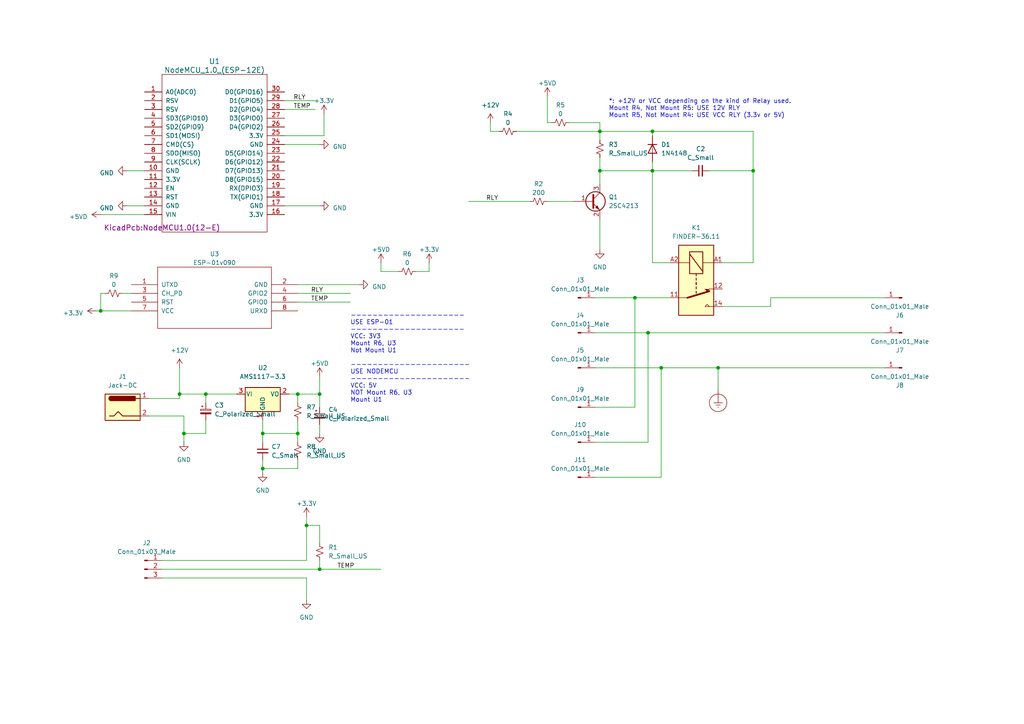
<source format=kicad_sch>
(kicad_sch (version 20230121) (generator eeschema)
  (paper "A4")
  (lib_symbols
    (symbol "Connector:Conn_01x01_Male" (pin_names (offset 1.016) hide)
      (property "Reference" "J" (at 0 2.54 0))
      (property "Value" "Conn_01x01_Male" (at 0 -2.54 0))
      (symbol "Conn_01x01_Male_1_1"
        (polyline (pts (xy 1.27 0) (xy 0.8636 0)) (stroke (width 0.1524)))
        (rectangle (start 0.8636 0.127) (end 0 -0.127) (stroke (width 0.1524)) (fill (type outline)))
        (pin passive line (at 5.08 0 180) (length 3.81) (name "Pin_1") (number "1"))
      )
    )
    (symbol "Connector:Conn_01x03_Male" (pin_names (offset 1.016) hide)
      (property "Reference" "J" (at 0 5.08 0))
      (property "Value" "Conn_01x03_Male" (at 0 -5.08 0))
      (symbol "Conn_01x03_Male_1_1"
        (polyline (pts (xy 1.27 -2.54) (xy 0.8636 -2.54)) (stroke (width 0.1524)))
        (polyline (pts (xy 1.27 0) (xy 0.8636 0)) (stroke (width 0.1524)))
        (polyline (pts (xy 1.27 2.54) (xy 0.8636 2.54)) (stroke (width 0.1524)))
        (rectangle (start 0.8636 -2.413) (end 0 -2.667) (stroke (width 0.1524)) (fill (type outline)))
        (rectangle (start 0.8636 0.127) (end 0 -0.127) (stroke (width 0.1524)) (fill (type outline)))
        (rectangle (start 0.8636 2.667) (end 0 2.413) (stroke (width 0.1524)) (fill (type outline)))
        (pin passive line (at 5.08 2.54 180) (length 3.81) (name "Pin_1") (number "1"))
        (pin passive line (at 5.08 0 180) (length 3.81) (name "Pin_2") (number "2"))
        (pin passive line (at 5.08 -2.54 180) (length 3.81) (name "Pin_3") (number "3"))
      )
    )
    (symbol "Connector:Jack-DC" (pin_names (offset 1.016))
      (property "Reference" "J" (at 0 5.334 0))
      (property "Value" "Jack-DC" (at 0 -5.08 0))
      (symbol "Jack-DC_0_1"
        (rectangle (start -5.08 3.81) (end 5.08 -3.81) (stroke (width 0.254)) (fill (type background)))
        (arc (start -3.302 3.175) (mid -3.9343 2.54) (end -3.302 1.905) (stroke (width 0.254)))
        (arc (start -3.302 3.175) (mid -3.9343 2.54) (end -3.302 1.905) (stroke (width 0.254)) (fill (type outline)))
        (polyline (pts (xy 5.08 2.54) (xy 3.81 2.54)) (stroke (width 0.254)))
        (polyline (pts (xy -3.81 -2.54) (xy -2.54 -2.54) (xy -1.27 -1.27) (xy 0 -2.54) (xy 2.54 -2.54) (xy 5.08 -2.54)) (stroke (width 0.254)))
        (rectangle (start 3.683 3.175) (end -3.302 1.905) (stroke (width 0.254)) (fill (type outline)))
      )
      (symbol "Jack-DC_1_1"
        (pin passive line (at 7.62 2.54 180) (length 2.54) (name "~") (number "1"))
        (pin passive line (at 7.62 -2.54 180) (length 2.54) (name "~") (number "2"))
      )
    )
    (symbol "Device:C_Polarized_Small" (pin_numbers hide) (pin_names (offset 0.254) hide)
      (property "Reference" "C" (at 0.254 1.778 0))
      (property "Value" "C_Polarized_Small" (at 0.254 -2.032 0))
      (symbol "C_Polarized_Small_0_1"
        (rectangle (start -1.524 -0.3048) (end 1.524 -0.6858) (fill (type outline)))
        (rectangle (start -1.524 0.6858) (end 1.524 0.3048))
        (polyline (pts (xy -1.27 1.524) (xy -0.762 1.524)))
        (polyline (pts (xy -1.016 1.27) (xy -1.016 1.778)))
      )
      (symbol "C_Polarized_Small_1_1"
        (pin passive line (at 0 2.54 270) (length 1.8542) (name "~") (number "1"))
        (pin passive line (at 0 -2.54 90) (length 1.8542) (name "~") (number "2"))
      )
    )
    (symbol "Device:C_Small" (pin_numbers hide) (pin_names (offset 0.254) hide)
      (property "Reference" "C" (at 0.254 1.778 0))
      (property "Value" "C_Small" (at 0.254 -2.032 0))
      (symbol "C_Small_0_1"
        (polyline (pts (xy -1.524 -0.508) (xy 1.524 -0.508)) (stroke (width 0.3302)))
        (polyline (pts (xy -1.524 0.508) (xy 1.524 0.508)) (stroke (width 0.3048)))
      )
      (symbol "C_Small_1_1"
        (pin passive line (at 0 2.54 270) (length 2.032) (name "~") (number "1"))
        (pin passive line (at 0 -2.54 90) (length 2.032) (name "~") (number "2"))
      )
    )
    (symbol "Device:R_Small_US" (pin_numbers hide) (pin_names (offset 0.254) hide)
      (property "Reference" "R" (at 0.762 0.508 0))
      (property "Value" "R_Small_US" (at 0.762 -1.016 0))
      (symbol "R_Small_US_1_1"
        (polyline (pts (xy 0 0) (xy 1.016 -0.381) (xy 0 -0.762) (xy -1.016 -1.143) (xy 0 -1.524)))
        (polyline (pts (xy 0 1.524) (xy 1.016 1.143) (xy 0 0.762) (xy -1.016 0.381) (xy 0 0)))
        (pin passive line (at 0 2.54 270) (length 1.016) (name "~") (number "1"))
        (pin passive line (at 0 -2.54 90) (length 1.016) (name "~") (number "2"))
      )
    )
    (symbol "Diode:1N4148" (pin_numbers hide) (pin_names (offset 1.016) hide)
      (property "Reference" "D" (at 0 2.54 0))
      (property "Value" "1N4148" (at 0 -2.54 0))
      (symbol "1N4148_0_1"
        (polyline (pts (xy -1.27 1.27) (xy -1.27 -1.27)) (stroke (width 0.254)))
        (polyline (pts (xy 1.27 0) (xy -1.27 0)))
        (polyline (pts (xy 1.27 1.27) (xy 1.27 -1.27) (xy -1.27 0) (xy 1.27 1.27)) (stroke (width 0.254)))
      )
      (symbol "1N4148_1_1"
        (pin passive line (at -3.81 0 0) (length 2.54) (name "K") (number "1"))
        (pin passive line (at 3.81 0 180) (length 2.54) (name "A") (number "2"))
      )
    )
    (symbol "Regulator_Linear:AMS1117-3.3" (pin_names (offset 0.254))
      (property "Reference" "U" (at -3.81 3.175 0))
      (property "Value" "AMS1117-3.3" (at 0 3.175 0))
      (symbol "AMS1117-3.3_0_1"
        (rectangle (start -5.08 -5.08) (end 5.08 1.905) (stroke (width 0.254)) (fill (type background)))
      )
      (symbol "AMS1117-3.3_1_1"
        (pin power_in line (at 0 -7.62 90) (length 2.54) (name "GND") (number "1"))
        (pin power_out line (at 7.62 0 180) (length 2.54) (name "VO") (number "2"))
        (pin power_in line (at -7.62 0 0) (length 2.54) (name "VI") (number "3"))
      )
    )
    (symbol "Relay:FINDER-36.11"
      (property "Reference" "K" (at 11.43 3.81 0))
      (property "Value" "FINDER-36.11" (at 11.43 1.27 0))
      (symbol "FINDER-36.11_0_0"
        (polyline (pts (xy 2.54 3.81) (xy 2.54 5.08)))
        (polyline (pts (xy 7.62 3.81) (xy 7.62 5.08)))
        (polyline (pts (xy 7.62 3.81) (xy 7.62 2.54) (xy 6.985 3.175) (xy 7.62 3.81)))
      )
      (symbol "FINDER-36.11_0_1"
        (rectangle (start -10.16 5.08) (end 10.16 -5.08) (stroke (width 0.254)) (fill (type background)))
        (rectangle (start -8.255 1.905) (end -1.905 -1.905) (stroke (width 0.254)))
        (polyline (pts (xy -7.62 -1.905) (xy -2.54 1.905)) (stroke (width 0.254)))
        (polyline (pts (xy -5.08 -5.08) (xy -5.08 -1.905)))
        (polyline (pts (xy -5.08 5.08) (xy -5.08 1.905)))
        (polyline (pts (xy -1.905 0) (xy -1.27 0)) (stroke (width 0.254)))
        (polyline (pts (xy -0.635 0) (xy 0 0)) (stroke (width 0.254)))
        (polyline (pts (xy 0.635 0) (xy 1.27 0)) (stroke (width 0.254)))
        (polyline (pts (xy 0.635 0) (xy 1.27 0)) (stroke (width 0.254)))
        (polyline (pts (xy 1.905 0) (xy 2.54 0)) (stroke (width 0.254)))
        (polyline (pts (xy 3.175 0) (xy 3.81 0)) (stroke (width 0.254)))
        (polyline (pts (xy 5.08 -2.54) (xy 3.175 3.81)) (stroke (width 0.508)))
        (polyline (pts (xy 5.08 -2.54) (xy 5.08 -5.08)))
        (polyline (pts (xy 2.54 2.54) (xy 3.175 3.175) (xy 2.54 3.81)) (fill (type outline)))
      )
      (symbol "FINDER-36.11_1_1"
        (pin passive line (at 5.08 -7.62 90) (length 2.54) (name "~") (number "11"))
        (pin passive line (at 2.54 7.62 270) (length 2.54) (name "~") (number "12"))
        (pin passive line (at 7.62 7.62 270) (length 2.54) (name "~") (number "14"))
        (pin passive line (at -5.08 7.62 270) (length 2.54) (name "~") (number "A1"))
        (pin passive line (at -5.08 -7.62 90) (length 2.54) (name "~") (number "A2"))
      )
    )
    (symbol "Transistor_BJT:2SC4213" (pin_names (offset 0) hide)
      (property "Reference" "Q" (at 5.08 1.905 0))
      (property "Value" "2SC4213" (at 5.08 0 0))
      (symbol "2SC4213_0_1"
        (polyline (pts (xy 0.635 0.635) (xy 2.54 2.54)))
        (polyline (pts (xy 0.635 -0.635) (xy 2.54 -2.54) (xy 2.54 -2.54)))
        (polyline (pts (xy 0.635 1.905) (xy 0.635 -1.905) (xy 0.635 -1.905)) (stroke (width 0.508)))
        (polyline (pts (xy 1.27 -1.778) (xy 1.778 -1.27) (xy 2.286 -2.286) (xy 1.27 -1.778) (xy 1.27 -1.778)) (fill (type outline)))
        (circle (center 1.27 0) (radius 2.8194) (stroke (width 0.254)))
      )
      (symbol "2SC4213_1_1"
        (pin input line (at -5.08 0 0) (length 5.715) (name "B") (number "1"))
        (pin passive line (at 2.54 -5.08 90) (length 2.54) (name "E") (number "2"))
        (pin passive line (at 2.54 5.08 270) (length 2.54) (name "C") (number "3"))
      )
    )
    (symbol "lib_converter:ESP-01v090" (pin_names (offset 1.016))
      (property "Reference" "U" (at 0 -2.54 0))
      (property "Value" "ESP-01v090" (at 0 2.54 0))
      (symbol "ESP-01v090_1_0"
        (rectangle (start -16.51 -8.89) (end 16.51 8.89))
      )
      (symbol "ESP-01v090_1_1"
        (pin output line (at -24.13 3.81 0) (length 7.62) (name "UTXD") (number "1"))
        (pin power_in line (at 24.13 3.81 180) (length 7.62) (name "GND") (number "2"))
        (pin input line (at -24.13 1.27 0) (length 7.62) (name "CH_PD") (number "3"))
        (pin tri_state line (at 24.13 1.27 180) (length 7.62) (name "GPIO2") (number "4"))
        (pin input line (at -24.13 -1.27 0) (length 7.62) (name "RST") (number "5"))
        (pin tri_state line (at 24.13 -1.27 180) (length 7.62) (name "GPIO0") (number "6"))
        (pin power_in line (at -24.13 -3.81 0) (length 7.62) (name "VCC") (number "7"))
        (pin input line (at 24.13 -3.81 180) (length 7.62) (name "URXD") (number "8"))
      )
    )
    (symbol "lib_converter:NodeMCU_1.0_(ESP-12E)" (pin_names (offset 1.016))
      (property "Reference" "U" (at 0 21.59 0))
      (property "Value" "NodeMCU_1.0_(ESP-12E)" (at 0 -21.59 0))
      (symbol "NodeMCU_1.0_(ESP-12E)_0_1"
        (rectangle (start -15.24 -22.86) (end 15.24 22.86))
      )
      (symbol "NodeMCU_1.0_(ESP-12E)_1_1"
        (pin input line (at -20.32 17.78 0) (length 5.08) (name "A0(ADC0)") (number "1"))
        (pin input line (at -20.32 -5.08 0) (length 5.08) (name "GND") (number "10"))
        (pin power_out line (at -20.32 -7.62 0) (length 5.08) (name "3.3V") (number "11"))
        (pin input line (at -20.32 -10.16 0) (length 5.08) (name "EN") (number "12"))
        (pin input line (at -20.32 -12.7 0) (length 5.08) (name "RST") (number "13"))
        (pin power_in line (at -20.32 -15.24 0) (length 5.08) (name "GND") (number "14"))
        (pin power_in line (at -20.32 -17.78 0) (length 5.08) (name "VIN") (number "15"))
        (pin power_out line (at 20.32 -17.78 180) (length 5.08) (name "3.3V") (number "16"))
        (pin power_in line (at 20.32 -15.24 180) (length 5.08) (name "GND") (number "17"))
        (pin bidirectional line (at 20.32 -12.7 180) (length 5.08) (name "TX(GPIO1)") (number "18"))
        (pin bidirectional line (at 20.32 -10.16 180) (length 5.08) (name "RX(DPIO3)") (number "19"))
        (pin input line (at -20.32 15.24 0) (length 5.08) (name "RSV") (number "2"))
        (pin bidirectional line (at 20.32 -7.62 180) (length 5.08) (name "D8(GPIO15)") (number "20"))
        (pin bidirectional line (at 20.32 -5.08 180) (length 5.08) (name "D7(GPIO13)") (number "21"))
        (pin bidirectional line (at 20.32 -2.54 180) (length 5.08) (name "D6(GPIO12)") (number "22"))
        (pin bidirectional line (at 20.32 0 180) (length 5.08) (name "D5(GPIO14)") (number "23"))
        (pin power_in line (at 20.32 2.54 180) (length 5.08) (name "GND") (number "24"))
        (pin power_out line (at 20.32 5.08 180) (length 5.08) (name "3.3V") (number "25"))
        (pin bidirectional line (at 20.32 7.62 180) (length 5.08) (name "D4(GPIO2)") (number "26"))
        (pin bidirectional line (at 20.32 10.16 180) (length 5.08) (name "D3(GPIO0)") (number "27"))
        (pin bidirectional line (at 20.32 12.7 180) (length 5.08) (name "D2(GPIO4)") (number "28"))
        (pin bidirectional line (at 20.32 15.24 180) (length 5.08) (name "D1(GPIO5)") (number "29"))
        (pin input line (at -20.32 12.7 0) (length 5.08) (name "RSV") (number "3"))
        (pin bidirectional line (at 20.32 17.78 180) (length 5.08) (name "D0(GPIO16)") (number "30"))
        (pin bidirectional line (at -20.32 10.16 0) (length 5.08) (name "SD3(GPIO10)") (number "4"))
        (pin bidirectional line (at -20.32 7.62 0) (length 5.08) (name "SD2(GPIO9)") (number "5"))
        (pin bidirectional line (at -20.32 5.08 0) (length 5.08) (name "SD1(MOSI)") (number "6"))
        (pin bidirectional line (at -20.32 2.54 0) (length 5.08) (name "CMD(CS)") (number "7"))
        (pin bidirectional line (at -20.32 0 0) (length 5.08) (name "SDO(MISO)") (number "8"))
        (pin bidirectional line (at -20.32 -2.54 0) (length 5.08) (name "CLK(SCLK)") (number "9"))
      )
    )
    (symbol "power:+12V" (power) (pin_names (offset 0))
      (property "Value" "+12V" (at 0 3.556 0))
      (symbol "+12V_0_1"
        (polyline (pts (xy -0.762 1.27) (xy 0 2.54)))
        (polyline (pts (xy 0 0) (xy 0 2.54)))
        (polyline (pts (xy 0 2.54) (xy 0.762 1.27)))
      )
      (symbol "+12V_1_1"
        (pin power_in line (at 0 0 90) (length 0) hide (name "+12V") (number "1"))
      )
    )
    (symbol "power:+3.3V" (power) (pin_names (offset 0))
      (property "Value" "+3.3V" (at 0 3.556 0))
      (symbol "+3.3V_0_1"
        (polyline (pts (xy -0.762 1.27) (xy 0 2.54)))
        (polyline (pts (xy 0 0) (xy 0 2.54)))
        (polyline (pts (xy 0 2.54) (xy 0.762 1.27)))
      )
      (symbol "+3.3V_1_1"
        (pin power_in line (at 0 0 90) (length 0) hide (name "+3.3V") (number "1"))
      )
    )
    (symbol "power:+5VD" (power) (pin_names (offset 0))
      (property "Value" "+5VD" (at 0 3.556 0))
      (symbol "+5VD_0_1"
        (polyline (pts (xy -0.762 1.27) (xy 0 2.54)))
        (polyline (pts (xy 0 0) (xy 0 2.54)))
        (polyline (pts (xy 0 2.54) (xy 0.762 1.27)))
      )
      (symbol "+5VD_1_1"
        (pin power_in line (at 0 0 90) (length 0) hide (name "+5VD") (number "1"))
      )
    )
    (symbol "power:Earth_Protective" (power) (pin_names (offset 0))
      (symbol "Earth_Protective_0_1"
        (circle (center 0 -3.81) (radius 2.54))
        (polyline (pts (xy -0.635 -4.445) (xy 0.635 -4.445)))
        (polyline (pts (xy -0.127 -5.08) (xy 0.127 -5.08)))
        (polyline (pts (xy 0 -3.81) (xy 0 0)))
        (polyline (pts (xy 1.27 -3.81) (xy -1.27 -3.81)))
      )
      (symbol "Earth_Protective_1_1"
        (pin power_in line (at 0 0 270) (length 0) hide (name "Earth_Protective") (number "1"))
      )
    )
    (symbol "power:GND" (power) (pin_names (offset 0))
      (property "Value" "GND" (at 0 -3.81 0))
      (symbol "GND_0_1"
        (polyline (pts (xy 0 0) (xy 0 -1.27) (xy 1.27 -1.27) (xy 0 -2.54) (xy -1.27 -1.27) (xy 0 -1.27)))
      )
      (symbol "GND_1_1"
        (pin power_in line (at 0 0 270) (length 0) hide (name "GND") (number "1"))
      )
    )
  )
  (junction (at 76.2 135.89))
  (junction (at 173.99 49.53))
  (junction (at 76.2 125.73))
  (junction (at 187.96 96.52))
  (junction (at 208.28 106.68))
  (junction (at 218.44 49.53))
  (junction (at 189.23 38.1))
  (junction (at 88.9 152.4))
  (junction (at 184.15 86.36))
  (junction (at 59.69 114.3))
  (junction (at 191.77 106.68))
  (junction (at 29.21 90.17))
  (junction (at 86.36 125.73))
  (junction (at 173.99 38.1))
  (junction (at 53.34 125.73))
  (junction (at 86.36 114.3))
  (junction (at 92.71 114.3))
  (junction (at 52.07 114.3))
  (junction (at 189.23 49.53))
  (junction (at 92.71 165.1))
  (wire (pts (xy 142.24 38.1) (xy 142.24 35.56)))
  (wire (pts (xy 223.52 86.36) (xy 256.54 86.36)))
  (wire (pts (xy 92.71 123.19) (xy 92.71 125.73)))
  (wire (pts (xy 172.72 86.36) (xy 184.15 86.36)))
  (wire (pts (xy 76.2 133.35) (xy 76.2 135.89)))
  (wire (pts (xy 218.44 76.2) (xy 218.44 49.53)))
  (wire (pts (xy 29.21 62.23) (xy 41.91 62.23)))
  (wire (pts (xy 36.83 49.53) (xy 41.91 49.53)))
  (wire (pts (xy 76.2 121.92) (xy 76.2 125.73)))
  (wire (pts (xy 158.75 35.56) (xy 160.02 35.56)))
  (wire (pts (xy 172.72 96.52) (xy 187.96 96.52)))
  (wire (pts (xy 52.07 115.57) (xy 43.18 115.57)))
  (wire (pts (xy 82.55 39.37) (xy 93.98 39.37)))
  (wire (pts (xy 189.23 38.1) (xy 173.99 38.1)))
  (wire (pts (xy 76.2 135.89) (xy 86.36 135.89)))
  (wire (pts (xy 86.36 114.3) (xy 86.36 116.84)))
  (wire (pts (xy 92.71 59.69) (xy 82.55 59.69)))
  (wire (pts (xy 52.07 114.3) (xy 52.07 115.57)))
  (wire (pts (xy 86.36 135.89) (xy 86.36 133.35)))
  (wire (pts (xy 191.77 138.43) (xy 191.77 106.68)))
  (wire (pts (xy 205.74 49.53) (xy 218.44 49.53)))
  (wire (pts (xy 165.1 35.56) (xy 173.99 35.56)))
  (wire (pts (xy 53.34 128.27) (xy 53.34 125.73)))
  (wire (pts (xy 52.07 114.3) (xy 59.69 114.3)))
  (wire (pts (xy 86.36 121.92) (xy 86.36 125.73)))
  (wire (pts (xy 92.71 157.48) (xy 92.71 152.4)))
  (wire (pts (xy 46.99 162.56) (xy 88.9 162.56)))
  (wire (pts (xy 35.56 85.09) (xy 38.1 85.09)))
  (wire (pts (xy 29.21 90.17) (xy 38.1 90.17)))
  (wire (pts (xy 88.9 152.4) (xy 88.9 162.56)))
  (wire (pts (xy 52.07 106.68) (xy 52.07 114.3)))
  (wire (pts (xy 208.28 106.68) (xy 208.28 113.03)))
  (wire (pts (xy 59.69 125.73) (xy 53.34 125.73)))
  (wire (pts (xy 92.71 114.3) (xy 92.71 109.22)))
  (wire (pts (xy 30.48 85.09) (xy 29.21 85.09)))
  (wire (pts (xy 82.55 31.75) (xy 91.44 31.75)))
  (wire (pts (xy 53.34 125.73) (xy 53.34 120.65)))
  (wire (pts (xy 189.23 49.53) (xy 173.99 49.53)))
  (wire (pts (xy 53.34 120.65) (xy 43.18 120.65)))
  (wire (pts (xy 27.94 90.17) (xy 29.21 90.17)))
  (wire (pts (xy 208.28 106.68) (xy 256.54 106.68)))
  (wire (pts (xy 92.71 165.1) (xy 110.49 165.1)))
  (wire (pts (xy 36.83 59.69) (xy 41.91 59.69)))
  (wire (pts (xy 46.99 167.64) (xy 88.9 167.64)))
  (wire (pts (xy 209.55 76.2) (xy 218.44 76.2)))
  (wire (pts (xy 173.99 45.72) (xy 173.99 49.53)))
  (wire (pts (xy 124.46 78.74) (xy 120.65 78.74)))
  (wire (pts (xy 29.21 85.09) (xy 29.21 90.17)))
  (wire (pts (xy 124.46 76.2) (xy 124.46 78.74)))
  (wire (pts (xy 184.15 118.11) (xy 184.15 86.36)))
  (wire (pts (xy 189.23 38.1) (xy 189.23 39.37)))
  (wire (pts (xy 110.49 78.74) (xy 110.49 76.2)))
  (wire (pts (xy 209.55 88.9) (xy 223.52 88.9)))
  (wire (pts (xy 59.69 114.3) (xy 68.58 114.3)))
  (wire (pts (xy 76.2 125.73) (xy 76.2 128.27)))
  (wire (pts (xy 86.36 87.63) (xy 101.6 87.63)))
  (wire (pts (xy 172.72 128.27) (xy 187.96 128.27)))
  (wire (pts (xy 86.36 114.3) (xy 92.71 114.3)))
  (wire (pts (xy 92.71 41.91) (xy 82.55 41.91)))
  (wire (pts (xy 86.36 125.73) (xy 86.36 128.27)))
  (wire (pts (xy 88.9 152.4) (xy 92.71 152.4)))
  (wire (pts (xy 88.9 149.86) (xy 88.9 152.4)))
  (wire (pts (xy 76.2 135.89) (xy 76.2 137.16)))
  (wire (pts (xy 59.69 121.92) (xy 59.69 125.73)))
  (wire (pts (xy 189.23 46.99) (xy 189.23 49.53)))
  (wire (pts (xy 158.75 58.42) (xy 166.37 58.42)))
  (wire (pts (xy 92.71 114.3) (xy 92.71 118.11)))
  (wire (pts (xy 187.96 96.52) (xy 256.54 96.52)))
  (wire (pts (xy 46.99 165.1) (xy 92.71 165.1)))
  (wire (pts (xy 104.14 82.55) (xy 86.36 82.55)))
  (wire (pts (xy 194.31 76.2) (xy 189.23 76.2)))
  (wire (pts (xy 88.9 167.64) (xy 88.9 173.99)))
  (wire (pts (xy 218.44 49.53) (xy 218.44 38.1)))
  (wire (pts (xy 173.99 49.53) (xy 173.99 53.34)))
  (wire (pts (xy 173.99 35.56) (xy 173.99 38.1)))
  (wire (pts (xy 144.78 38.1) (xy 142.24 38.1)))
  (wire (pts (xy 189.23 49.53) (xy 200.66 49.53)))
  (wire (pts (xy 86.36 125.73) (xy 76.2 125.73)))
  (wire (pts (xy 184.15 86.36) (xy 194.31 86.36)))
  (wire (pts (xy 172.72 106.68) (xy 191.77 106.68)))
  (wire (pts (xy 82.55 29.21) (xy 91.44 29.21)))
  (wire (pts (xy 92.71 162.56) (xy 92.71 165.1)))
  (wire (pts (xy 115.57 78.74) (xy 110.49 78.74)))
  (wire (pts (xy 173.99 63.5) (xy 173.99 72.39)))
  (wire (pts (xy 173.99 38.1) (xy 173.99 40.64)))
  (wire (pts (xy 149.86 38.1) (xy 173.99 38.1)))
  (wire (pts (xy 218.44 38.1) (xy 189.23 38.1)))
  (wire (pts (xy 135.89 58.42) (xy 153.67 58.42)))
  (wire (pts (xy 59.69 114.3) (xy 59.69 116.84)))
  (wire (pts (xy 187.96 128.27) (xy 187.96 96.52)))
  (wire (pts (xy 83.82 114.3) (xy 86.36 114.3)))
  (wire (pts (xy 93.98 39.37) (xy 93.98 33.02)))
  (wire (pts (xy 172.72 118.11) (xy 184.15 118.11)))
  (wire (pts (xy 172.72 138.43) (xy 191.77 138.43)))
  (wire (pts (xy 191.77 106.68) (xy 208.28 106.68)))
  (wire (pts (xy 223.52 88.9) (xy 223.52 86.36)))
  (wire (pts (xy 86.36 85.09) (xy 101.6 85.09)))
  (wire (pts (xy 189.23 76.2) (xy 189.23 49.53)))
  (wire (pts (xy 158.75 27.94) (xy 158.75 35.56)))
  (text "---------------------\nUSE ESP-01\n---------------------\nVCC: 3V3\nMount R6, U3\nNot Mount U1\n\n----------------------\nUSE NODEMCU\n----------------------\nVCC: 5V\nNOT Mount R6, U3\nMount U1\n" (at 101.6 116.84 0) (effects (font (size 1.27 1.27)) (justify left bottom)))
  (text "*: +12V or VCC depending on the kind of Relay used.\nMount R4, Not Mount R5: USE 12V RLY\nMount R5, Not Mount R4: USE VCC RLY (3.3v or 5V)" (at 176.53 34.29 0) (effects (font (size 1.27 1.27)) (justify left bottom)))
  (label "TEMP" (at 90.17 87.63 0))
  (label "RLY" (at 140.97 58.42 0))
  (label "TEMP" (at 85.09 31.75 0))
  (label "TEMP" (at 97.79 165.1 0))
  (label "RLY" (at 90.17 85.09 0))
  (label "RLY" (at 85.09 29.21 0))
  (symbol (lib_id "lib_converter:NodeMCU_1.0_(ESP-12E)") (at 62.23 44.45 0) (unit 1)
    (property "Reference" "U1" (at 62.23 17.78 0) (effects (font (size 1.524 1.524))))
    (property "Value" "NodeMCU_1.0_(ESP-12E)" (at 62.23 20.32 0) (effects (font (size 1.524 1.524))))
    (property "Footprint" "KicadPcb:NodeMCU1.0(12-E)" (at 46.99 66.04 0) (effects (font (size 1.524 1.524))))
  )
  (symbol (lib_id "power:GND") (at 53.34 128.27 0) (unit 1)
    (property "Reference" "#PWR0101" (effects hide))
    (property "Value" "GND" (at 53.34 133.35 0))
  )
  (symbol (lib_id "power:+3.3V") (at 88.9 149.86 0) (unit 1)
    (property "Reference" "#PWR010" (effects hide))
    (property "Value" "+3.3V" (at 88.9 146.05 0))
  )
  (symbol (lib_id "Device:R_Small_US") (at 147.32 38.1 90) (unit 1)
    (property "Reference" "R4" (at 147.32 33.02 90))
    (property "Value" "0" (at 147.32 35.56 90))
    (property "Footprint" "Resistor_SMD:R_0805_2012Metric_Pad1.20x1.40mm_HandSolder" (effects hide))
  )
  (symbol (lib_id "Device:R_Small_US") (at 173.99 43.18 0) (unit 1)
    (property "Reference" "R3" (at 176.53 41.9099 0) (effects (justify left)))
    (property "Value" "R_Small_US" (at 176.53 44.4499 0) (effects (justify left)))
    (property "Footprint" "Resistor_SMD:R_0805_2012Metric_Pad1.20x1.40mm_HandSolder" (effects hide))
  )
  (symbol (lib_id "Connector:Conn_01x01_Male") (at 167.64 86.36 0) (unit 1)
    (property "Reference" "J3" (at 168.275 81.28 0))
    (property "Value" "Conn_01x01_Male" (at 168.275 83.82 0))
    (property "Footprint" "Connector_Pin:Pin_D1.3mm_L11.0mm" (effects hide))
  )
  (symbol (lib_id "Device:R_Small_US") (at 156.21 58.42 90) (unit 1)
    (property "Reference" "R2" (at 156.21 53.34 90))
    (property "Value" "200" (at 156.21 55.88 90))
    (property "Footprint" "Resistor_SMD:R_0805_2012Metric_Pad1.20x1.40mm_HandSolder" (effects hide))
  )
  (symbol (lib_id "power:GND") (at 92.71 59.69 90) (unit 1)
    (property "Reference" "#PWR09" (effects hide))
    (property "Value" "GND" (at 96.52 60.325 90) (effects (justify right)))
  )
  (symbol (lib_id "Connector:Conn_01x01_Male") (at 167.64 128.27 0) (unit 1)
    (property "Reference" "J10" (at 168.275 123.19 0))
    (property "Value" "Conn_01x01_Male" (at 168.275 125.73 0))
    (property "Footprint" "Connector_Pin:Pin_D1.3mm_L11.0mm" (effects hide))
  )
  (symbol (lib_id "Connector:Conn_01x01_Male") (at 167.64 138.43 0) (unit 1)
    (property "Reference" "J11" (at 168.275 133.35 0))
    (property "Value" "Conn_01x01_Male" (at 168.275 135.89 0))
    (property "Footprint" "Connector_Pin:Pin_D1.3mm_L11.0mm" (effects hide))
  )
  (symbol (lib_id "power:+12V") (at 52.07 106.68 0) (unit 1)
    (property "Reference" "#PWR01" (effects hide))
    (property "Value" "+12V" (at 52.07 101.6 0))
  )
  (symbol (lib_id "power:GND") (at 92.71 41.91 90) (unit 1)
    (property "Reference" "#PWR08" (effects hide))
    (property "Value" "GND" (at 96.52 42.545 90) (effects (justify right)))
  )
  (symbol (lib_id "power:GND") (at 92.71 125.73 0) (unit 1)
    (property "Reference" "#PWR04" (effects hide))
    (property "Value" "GND" (at 92.71 130.81 0))
  )
  (symbol (lib_id "Device:R_Small_US") (at 92.71 160.02 180) (unit 1)
    (property "Reference" "R1" (at 95.25 158.7499 0) (effects (justify right)))
    (property "Value" "R_Small_US" (at 95.25 161.2899 0) (effects (justify right)))
    (property "Footprint" "Resistor_SMD:R_0805_2012Metric_Pad1.20x1.40mm_HandSolder" (effects hide))
  )
  (symbol (lib_id "power:GND") (at 104.14 82.55 90) (unit 1)
    (property "Reference" "#PWR017" (effects hide))
    (property "Value" "GND" (at 107.95 83.185 90) (effects (justify right)))
  )
  (symbol (lib_id "power:+3.3V") (at 93.98 33.02 0) (unit 1)
    (property "Reference" "#PWR012" (effects hide))
    (property "Value" "+3.3V" (at 93.98 29.21 0))
  )
  (symbol (lib_id "Device:R_Small_US") (at 33.02 85.09 90) (unit 1)
    (property "Reference" "R9" (at 33.02 80.01 90))
    (property "Value" "0" (at 33.02 82.55 90))
    (property "Footprint" "Resistor_SMD:R_0805_2012Metric_Pad1.20x1.40mm_HandSolder" (effects hide))
  )
  (symbol (lib_id "power:GND") (at 76.2 137.16 0) (unit 1)
    (property "Reference" "#PWR03" (effects hide))
    (property "Value" "GND" (at 76.2 142.24 0))
  )
  (symbol (lib_id "Device:C_Small") (at 76.2 130.81 0) (unit 1)
    (property "Reference" "C7" (at 78.74 129.5462 0) (effects (justify left)))
    (property "Value" "C_Small" (at 78.74 132.0862 0) (effects (justify left)))
    (property "Footprint" "Capacitor_SMD:C_0805_2012Metric_Pad1.18x1.45mm_HandSolder" (effects hide))
  )
  (symbol (lib_id "power:GND") (at 173.99 72.39 0) (unit 1)
    (property "Reference" "#PWR0108" (effects hide))
    (property "Value" "GND" (at 173.99 77.47 0))
  )
  (symbol (lib_id "Device:R_Small_US") (at 118.11 78.74 90) (unit 1)
    (property "Reference" "R6" (at 118.11 73.66 90))
    (property "Value" "0" (at 118.11 76.2 90))
    (property "Footprint" "Resistor_SMD:R_0805_2012Metric_Pad1.20x1.40mm_HandSolder" (effects hide))
  )
  (symbol (lib_id "Device:C_Polarized_Small") (at 59.69 119.38 0) (unit 1)
    (property "Reference" "C3" (at 62.23 117.5638 0) (effects (justify left)))
    (property "Value" "C_Polarized_Small" (at 62.23 120.1038 0) (effects (justify left)))
    (property "Footprint" "Capacitor_THT:CP_Radial_D5.0mm_P2.50mm" (effects hide))
  )
  (symbol (lib_id "power:GND") (at 36.83 49.53 270) (unit 1)
    (property "Reference" "#PWR07" (effects hide))
    (property "Value" "GND" (at 33.02 50.165 90) (effects (justify right)))
  )
  (symbol (lib_id "power:+5VD") (at 92.71 109.22 0) (unit 1)
    (property "Reference" "#PWR05" (effects hide))
    (property "Value" "+5VD" (at 92.71 105.41 0))
  )
  (symbol (lib_id "Connector:Jack-DC") (at 35.56 118.11 0) (unit 1)
    (property "Reference" "J1" (at 35.56 109.22 0))
    (property "Value" "Jack-DC" (at 35.56 111.76 0))
    (property "Footprint" "Connector_PinHeader_2.54mm:PinHeader_1x02_P2.54mm_Vertical" (effects hide))
  )
  (symbol (lib_id "Connector:Conn_01x01_Male") (at 261.62 106.68 180) (unit 1)
    (property "Reference" "J8" (at 260.985 111.76 0))
    (property "Value" "Conn_01x01_Male" (at 260.985 109.22 0))
    (property "Footprint" "Connector_Pin:Pin_D1.3mm_L11.0mm" (effects hide))
  )
  (symbol (lib_id "Connector:Conn_01x01_Male") (at 167.64 118.11 0) (unit 1)
    (property "Reference" "J9" (at 168.275 113.03 0))
    (property "Value" "Conn_01x01_Male" (at 168.275 115.57 0))
    (property "Footprint" "Connector_Pin:Pin_D1.3mm_L11.0mm" (effects hide))
  )
  (symbol (lib_id "power:+12V") (at 142.24 35.56 0) (unit 1)
    (property "Reference" "#PWR014" (effects hide))
    (property "Value" "+12V" (at 142.24 30.48 0))
  )
  (symbol (lib_id "Connector:Conn_01x01_Male") (at 167.64 96.52 0) (unit 1)
    (property "Reference" "J4" (at 168.275 91.44 0))
    (property "Value" "Conn_01x01_Male" (at 168.275 93.98 0))
    (property "Footprint" "Connector_Pin:Pin_D1.3mm_L11.0mm" (effects hide))
  )
  (symbol (lib_id "Regulator_Linear:AMS1117-3.3") (at 76.2 114.3 0) (unit 1)
    (property "Reference" "U2" (at 76.2 106.68 0))
    (property "Value" "AMS1117-3.3" (at 76.2 109.22 0))
    (property "Footprint" "Package_TO_SOT_SMD:SOT-223-3_TabPin2" (effects hide))
    (property "Datasheet" "http://www.advanced-monolithic.com/pdf/ds1117.pdf" (effects hide))
  )
  (symbol (lib_id "power:+3.3V") (at 27.94 90.17 90) (unit 1)
    (property "Reference" "#PWR02" (effects hide))
    (property "Value" "+3.3V" (at 24.13 90.805 90) (effects (justify left)))
  )
  (symbol (lib_id "Device:C_Polarized_Small") (at 92.71 120.65 0) (unit 1)
    (property "Reference" "C4" (at 95.25 118.8338 0) (effects (justify left)))
    (property "Value" "C_Polarized_Small" (at 95.25 121.3738 0) (effects (justify left)))
    (property "Footprint" "Capacitor_THT:CP_Radial_D5.0mm_P2.50mm" (effects hide))
  )
  (symbol (lib_id "power:Earth_Protective") (at 208.28 113.03 0) (unit 1)
    (property "Reference" "#PWR0111" (effects hide))
    (property "Value" "Earth_Protective" (effects hide))
  )
  (symbol (lib_id "Connector:Conn_01x01_Male") (at 261.62 96.52 180) (unit 1)
    (property "Reference" "J7" (at 260.985 101.6 0))
    (property "Value" "Conn_01x01_Male" (at 260.985 99.06 0))
    (property "Footprint" "Connector_Pin:Pin_D1.3mm_L11.0mm" (effects hide))
  )
  (symbol (lib_id "Connector:Conn_01x01_Male") (at 261.62 86.36 180) (unit 1)
    (property "Reference" "J6" (at 260.985 91.44 0))
    (property "Value" "Conn_01x01_Male" (at 260.985 88.9 0))
    (property "Footprint" "Connector_Pin:Pin_D1.3mm_L11.0mm" (effects hide))
  )
  (symbol (lib_id "power:+5VD") (at 110.49 76.2 0) (unit 1)
    (property "Reference" "#PWR015" (effects hide))
    (property "Value" "+5VD" (at 110.49 72.39 0))
  )
  (symbol (lib_id "Device:R_Small_US") (at 86.36 130.81 180) (unit 1)
    (property "Reference" "R8" (at 88.9 129.5399 0) (effects (justify right)))
    (property "Value" "R_Small_US" (at 88.9 132.0799 0) (effects (justify right)))
    (property "Footprint" "Resistor_SMD:R_0805_2012Metric_Pad1.20x1.40mm_HandSolder" (effects hide))
  )
  (symbol (lib_id "power:GND") (at 88.9 173.99 0) (unit 1)
    (property "Reference" "#PWR0103" (effects hide))
    (property "Value" "GND" (at 88.9 179.07 0))
  )
  (symbol (lib_id "power:+5VD") (at 29.21 62.23 90) (unit 1)
    (property "Reference" "#PWR013" (effects hide))
    (property "Value" "+5VD" (at 25.4 62.865 90) (effects (justify left)))
  )
  (symbol (lib_id "Relay:FINDER-36.11") (at 201.93 81.28 270) (unit 1)
    (property "Reference" "K1" (at 201.93 66.04 90))
    (property "Value" "FINDER-36.11" (at 201.93 68.58 90))
    (property "Footprint" "Relay_THT:Relay_SPDT_Finder_36.11" (effects hide))
    (property "Datasheet" "https://gfinder.findernet.com/public/attachments/36/EN/S36EN.pdf" (effects hide))
  )
  (symbol (lib_id "Device:R_Small_US") (at 162.56 35.56 90) (unit 1)
    (property "Reference" "R5" (at 162.56 30.48 90))
    (property "Value" "0" (at 162.56 33.02 90))
    (property "Footprint" "Resistor_SMD:R_0805_2012Metric_Pad1.20x1.40mm_HandSolder" (effects hide))
  )
  (symbol (lib_id "power:+5VD") (at 158.75 27.94 0) (unit 1)
    (property "Reference" "#PWR011" (effects hide))
    (property "Value" "+5VD" (at 158.75 24.13 0))
  )
  (symbol (lib_id "Connector:Conn_01x01_Male") (at 167.64 106.68 0) (unit 1)
    (property "Reference" "J5" (at 168.275 101.6 0))
    (property "Value" "Conn_01x01_Male" (at 168.275 104.14 0))
    (property "Footprint" "Connector_Pin:Pin_D1.3mm_L11.0mm" (effects hide))
  )
  (symbol (lib_id "Transistor_BJT:2SC4213") (at 171.45 58.42 0) (unit 1)
    (property "Reference" "Q1" (at 176.53 57.1499 0) (effects (justify left)))
    (property "Value" "2SC4213" (at 176.53 59.6899 0) (effects (justify left)))
    (property "Footprint" "Package_TO_SOT_SMD:SOT-323_SC-70" (effects hide))
    (property "Datasheet" "https://toshiba.semicon-storage.com/info/docget.jsp?did=19305&prodName=2SC4213" (effects hide))
  )
  (symbol (lib_id "power:GND") (at 36.83 59.69 270) (unit 1)
    (property "Reference" "#PWR06" (effects hide))
    (property "Value" "GND" (at 33.02 60.325 90) (effects (justify right)))
  )
  (symbol (lib_id "power:+3.3V") (at 124.46 76.2 0) (unit 1)
    (property "Reference" "#PWR016" (effects hide))
    (property "Value" "+3.3V" (at 124.46 72.39 0))
  )
  (symbol (lib_id "lib_converter:ESP-01v090") (at 62.23 86.36 0) (unit 1)
    (property "Reference" "U3" (at 62.23 73.66 0))
    (property "Value" "ESP-01v090" (at 62.23 76.2 0))
    (property "Footprint" "KicadPcb:ESP-01" (effects hide))
    (property "Datasheet" "http://l0l.org.uk/2014/12/esp8266-modules-hardware-guide-gotta-catch-em-all/" (effects hide))
  )
  (symbol (lib_id "Device:C_Small") (at 203.2 49.53 90) (unit 1)
    (property "Reference" "C2" (at 203.2063 43.18 90))
    (property "Value" "C_Small" (at 203.2063 45.72 90))
    (property "Footprint" "Capacitor_SMD:C_0805_2012Metric_Pad1.18x1.45mm_HandSolder" (effects hide))
  )
  (symbol (lib_id "Device:R_Small_US") (at 86.36 119.38 180) (unit 1)
    (property "Reference" "R7" (at 88.9 118.1099 0) (effects (justify right)))
    (property "Value" "R_Small_US" (at 88.9 120.6499 0) (effects (justify right)))
    (property "Footprint" "Resistor_SMD:R_0805_2012Metric_Pad1.20x1.40mm_HandSolder" (effects hide))
  )
  (symbol (lib_id "Connector:Conn_01x03_Male") (at 41.91 165.1 0) (unit 1)
    (property "Reference" "J2" (at 42.545 157.48 0))
    (property "Value" "Conn_01x03_Male" (at 42.545 160.02 0))
    (property "Footprint" "Connector_PinHeader_2.54mm:PinHeader_1x03_P2.54mm_Vertical" (effects hide))
  )
  (symbol (lib_id "Diode:1N4148") (at 189.23 43.18 270) (unit 1)
    (property "Reference" "D1" (at 191.77 41.9099 90) (effects (justify left)))
    (property "Value" "1N4148" (at 191.77 44.4499 90) (effects (justify left)))
    (property "Footprint" "Diode_THT:D_DO-35_SOD27_P7.62mm_Horizontal" (effects hide))
    (property "Datasheet" "https://assets.nexperia.com/documents/data-sheet/1N4148_1N4448.pdf" (effects hide))
  )
)
</source>
